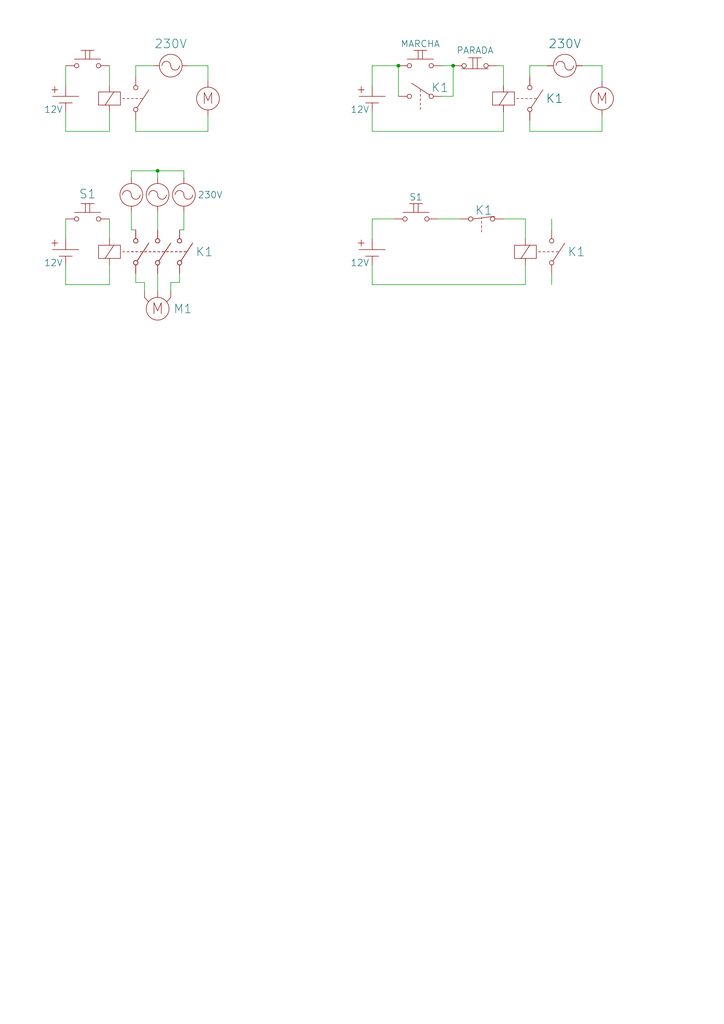
<source format=kicad_sch>
(kicad_sch (version 20211123) (generator eeschema)
  (paper "A4" portrait)
  (title_block (title "Circuitos eléctricos. Conexión serie y paralelo") (date "16/11/2018") (company "www.picuino.com") (comment 1 "Copyright (c) 2018 by Carlos Pardo") (comment 2 "License CC BY-SA 4.0"))
  (lib_symbols
    (symbol "electric-esquema-rele-rescue:Pila-simbolos" (pin_names (offset 1.016))
      (property "Reference" "V" (at 5.08 -4.445 0))
      (symbol "Pila-simbolos_0_1"
        (polyline (pts (xy -4.064 -1.27) (xy -2.286 -1.27)))
        (polyline (pts (xy -3.81 -3.175) (xy 3.81 -3.175)))
        (polyline (pts (xy -3.175 -0.381) (xy -3.175 -2.159)))
        (polyline (pts (xy -1.905 -5.08) (xy 1.905 -5.08)))
      )
      (symbol "Pila-simbolos_1_1"
        (pin input line (at 0 -7.62 90) (length 2.54) (name "") (number ""))
        (pin input line (at 0 0 270) (length 3.175) (name "") (number ""))
      )
    )
    (symbol "electric-esquema-rele-rescue:generador-simbolos" (pin_names (offset 1.016))
      (property "Reference" "V" (at 4.445 -5.08 0))
      (symbol "generador-simbolos_0_0"
        (arc (start 0 -5.08) (mid -1.27 -3.81) (end -2.54 -5.08))
        (arc (start 0 -5.08) (mid 1.27 -6.35) (end 2.54 -5.08))
      )
      (symbol "generador-simbolos_0_1"
        (circle (center 0 -5.08) (radius 3.302))
      )
      (symbol "generador-simbolos_1_1"
        (pin input line (at 0 -10.16 90) (length 1.778) (name "") (number ""))
        (pin input line (at 0 0 270) (length 1.778) (name "") (number ""))
      )
    )
    (symbol "electric-esquema-rele-rescue:motor-simbolos" (pin_names (offset 1.016))
      (property "Reference" "M" (at 4.445 -5.08 0))
      (symbol "motor-simbolos_0_0"
        (text "M" (at 0 -5.08 0) (effects (font (size 3.175 3.175))))
      )
      (symbol "motor-simbolos_0_1"
        (circle (center 0 -5.08) (radius 3.302))
      )
      (symbol "motor-simbolos_1_1"
        (pin input line (at 0 -10.16 90) (length 1.778) (name "") (number ""))
        (pin input line (at 0 0 270) (length 1.778) (name "") (number ""))
      )
    )
    (symbol "electric-esquema-rele-rescue:motor_trifásico-simbolos" (pin_names (offset 1.016))
      (property "Reference" "M" (at 4.445 -5.08 0))
      (symbol "motor_trifásico-simbolos_0_0"
        (text "M" (at 0 -5.08 0) (effects (font (size 3.175 3.175))))
      )
      (symbol "motor_trifásico-simbolos_0_1"
        (circle (center 0 -5.08) (radius 3.302))
        (polyline (pts (xy -3.81 -1.778) (xy -2.667 -3.048)))
        (polyline (pts (xy 3.81 -1.778) (xy 2.667 -3.048)))
      )
      (symbol "motor_trifásico-simbolos_1_1"
        (pin input line (at -3.81 0 270) (length 1.778) (name "") (number ""))
        (pin input line (at 0 0 270) (length 1.778) (name "") (number ""))
        (pin input line (at 3.81 0 270) (length 1.778) (name "") (number ""))
      )
    )
    (symbol "electric-esquema-rele-rescue:pulsador_na-simbolos" (pin_names (offset 1.016))
      (property "Reference" "S" (at 1.905 3.175 0))
      (symbol "pulsador_na-simbolos_0_0"
        (polyline (pts (xy 2.54 1.905) (xy 10.16 1.905)))
        (polyline (pts (xy 4.445 4.445) (xy 8.255 4.445)))
        (polyline (pts (xy 5.715 1.905) (xy 5.715 4.445)))
        (polyline (pts (xy 6.985 4.445) (xy 6.985 1.905)))
        (circle (center 3.175 0) (radius 0.635))
        (circle (center 9.525 0) (radius 0.635))
      )
      (symbol "pulsador_na-simbolos_1_1"
        (pin input line (at 0 0 0) (length 2.54) (name "") (number ""))
        (pin input line (at 12.7 0 180) (length 2.54) (name "") (number ""))
      )
    )
    (symbol "electric-esquema-rele-rescue:pulsador_nc-simbolos" (pin_names (offset 1.016))
      (property "Reference" "S" (at 3.81 3.175 0))
      (symbol "pulsador_nc-simbolos_0_0"
        (polyline (pts (xy 2.54 -0.889) (xy 10.16 -0.889)))
        (polyline (pts (xy 4.445 2.286) (xy 8.255 2.286)))
        (polyline (pts (xy 5.715 -0.889) (xy 5.715 2.286)))
        (polyline (pts (xy 6.985 -0.889) (xy 6.985 2.286)))
        (circle (center 3.175 0) (radius 0.635))
        (circle (center 9.525 0) (radius 0.635))
      )
      (symbol "pulsador_nc-simbolos_1_1"
        (pin input line (at 0 0 0) (length 2.54) (name "") (number ""))
        (pin input line (at 12.7 0 180) (length 2.54) (name "") (number ""))
      )
    )
    (symbol "electric-esquema-rele-rescue:rele-simbolos" (pin_names (offset 1.016))
      (property "Reference" "K" (at -4.445 -3.81 0))
      (symbol "rele-simbolos_0_0"
        (rectangle (start -3.175 -1.905) (end 3.175 -5.715))
        (polyline (pts (xy 1.27 -1.905) (xy -1.27 -5.715)))
        (polyline (pts (xy 3.81 -3.81) (xy 4.445 -3.81)))
        (polyline (pts (xy 5.08 -3.81) (xy 5.715 -3.81)))
        (polyline (pts (xy 6.35 -3.81) (xy 6.985 -3.81)))
        (polyline (pts (xy 7.62 -3.81) (xy 8.255 -3.81)))
        (polyline (pts (xy 8.89 -3.81) (xy 9.525 -3.81)))
      )
      (symbol "rele-simbolos_1_0"
        (polyline (pts (xy 11.43 -1.27) (xy 8.001 -6.477)))
        (circle (center 7.62 -6.985) (radius 0.635))
        (circle (center 7.62 -0.635) (radius 0.635))
      )
      (symbol "rele-simbolos_1_1"
        (pin input line (at 0 -7.62 90) (length 1.905) (name "") (number ""))
        (pin input line (at 0 0 270) (length 1.905) (name "") (number ""))
        (pin input line (at 7.62 -10.16 90) (length 2.54) (name "") (number ""))
        (pin input line (at 7.62 2.54 270) (length 2.54) (name "") (number ""))
      )
    )
    (symbol "electric-esquema-rele-rescue:rele_contacto-simbolos" (pin_names (offset 1.016))
      (property "Reference" "K" (at 1.27 -1.27 0))
      (symbol "rele_contacto-simbolos_0_0"
        (polyline (pts (xy -3.81 -6.35) (xy -3.175 -6.35)))
        (polyline (pts (xy -2.54 -6.35) (xy -1.905 -6.35)))
        (polyline (pts (xy -1.27 -6.35) (xy -0.635 -6.35)))
        (polyline (pts (xy 0 -6.35) (xy 0.635 -6.35)))
        (polyline (pts (xy 1.27 -6.35) (xy 1.905 -6.35)))
      )
      (symbol "rele_contacto-simbolos_1_0"
        (circle (center 0 -9.525) (radius 0.635))
        (circle (center 0 -3.175) (radius 0.635))
        (polyline (pts (xy 3.81 -3.81) (xy 0.381 -9.017)))
      )
      (symbol "rele_contacto-simbolos_1_1"
        (pin input line (at 0 -12.7 90) (length 2.54) (name "") (number ""))
        (pin input line (at 0 0 270) (length 2.54) (name "") (number ""))
      )
    )
    (symbol "electric-esquema-rele-rescue:rele_contacto_nc-simbolos" (pin_names (offset 1.016))
      (property "Reference" "K" (at 1.27 -1.27 0))
      (symbol "rele_contacto_nc-simbolos_0_0"
        (polyline (pts (xy -3.81 -6.35) (xy -3.175 -6.35)))
        (polyline (pts (xy -2.54 -6.35) (xy -1.905 -6.35)))
        (polyline (pts (xy -1.27 -6.35) (xy -0.635 -6.35)))
      )
      (symbol "rele_contacto_nc-simbolos_0_1"
        (polyline (pts (xy 0 -8.89) (xy 0.762 -2.54)))
        (polyline (pts (xy 0 -6.35) (xy 0.254 -6.35)))
      )
      (symbol "rele_contacto_nc-simbolos_1_0"
        (circle (center 0 -9.525) (radius 0.635))
        (circle (center 0 -3.175) (radius 0.635))
      )
      (symbol "rele_contacto_nc-simbolos_1_1"
        (pin input line (at 0 -12.7 90) (length 2.54) (name "") (number ""))
        (pin input line (at 0 0 270) (length 2.54) (name "") (number ""))
      )
    )
    (symbol "electric-esquema-rele-rescue:rele_contactor-simbolos" (pin_names (offset 1.016))
      (property "Reference" "K" (at -4.445 -3.81 0))
      (symbol "rele_contactor-simbolos_0_0"
        (rectangle (start -3.175 -1.905) (end 3.175 -5.715))
        (polyline (pts (xy 1.27 -1.905) (xy -1.27 -5.715)))
        (polyline (pts (xy 3.81 -3.81) (xy 4.445 -3.81)))
        (polyline (pts (xy 5.08 -3.81) (xy 5.715 -3.81)))
        (polyline (pts (xy 6.35 -3.81) (xy 6.985 -3.81)))
        (polyline (pts (xy 6.35 -3.81) (xy 6.985 -3.81)))
        (polyline (pts (xy 7.62 -3.81) (xy 8.255 -3.81)))
        (polyline (pts (xy 7.62 -3.81) (xy 8.255 -3.81)))
        (polyline (pts (xy 8.89 -3.81) (xy 9.525 -3.81)))
        (polyline (pts (xy 8.89 -3.81) (xy 9.525 -3.81)))
        (polyline (pts (xy 10.16 -3.81) (xy 10.795 -3.81)))
        (polyline (pts (xy 10.16 -3.81) (xy 10.795 -3.81)))
        (polyline (pts (xy 11.43 -3.81) (xy 12.065 -3.81)))
        (polyline (pts (xy 11.43 -3.81) (xy 12.065 -3.81)))
        (polyline (pts (xy 12.7 -3.81) (xy 13.335 -3.81)))
        (polyline (pts (xy 12.7 -3.81) (xy 13.335 -3.81)))
        (polyline (pts (xy 13.97 -3.81) (xy 14.605 -3.81)))
        (polyline (pts (xy 13.97 -3.81) (xy 14.605 -3.81)))
        (polyline (pts (xy 15.24 -3.81) (xy 15.875 -3.81)))
        (polyline (pts (xy 15.24 -3.81) (xy 15.875 -3.81)))
        (polyline (pts (xy 16.51 -3.81) (xy 17.145 -3.81)))
        (polyline (pts (xy 16.51 -3.81) (xy 17.145 -3.81)))
        (polyline (pts (xy 17.78 -3.81) (xy 18.415 -3.81)))
        (polyline (pts (xy 17.78 -3.81) (xy 18.415 -3.81)))
        (polyline (pts (xy 19.05 -3.81) (xy 19.685 -3.81)))
        (polyline (pts (xy 19.05 -3.81) (xy 19.685 -3.81)))
        (polyline (pts (xy 20.32 -3.81) (xy 20.955 -3.81)))
        (polyline (pts (xy 20.32 -3.81) (xy 20.955 -3.81)))
        (polyline (pts (xy 21.59 -3.81) (xy 22.225 -3.81)))
        (polyline (pts (xy 21.59 -3.81) (xy 22.225 -3.81)))
      )
      (symbol "rele_contactor-simbolos_1_0"
        (polyline (pts (xy 11.43 -1.27) (xy 8.001 -6.477)))
        (polyline (pts (xy 11.43 -1.27) (xy 8.001 -6.477)))
        (polyline (pts (xy 17.78 -1.27) (xy 14.351 -6.477)))
        (polyline (pts (xy 17.78 -1.27) (xy 14.351 -6.477)))
        (polyline (pts (xy 24.13 -1.27) (xy 20.701 -6.477)))
        (polyline (pts (xy 24.13 -1.27) (xy 20.701 -6.477)))
        (circle (center 7.62 -6.985) (radius 0.635))
        (circle (center 7.62 -6.985) (radius 0.635))
        (circle (center 7.62 -0.635) (radius 0.635))
        (circle (center 7.62 -0.635) (radius 0.635))
        (circle (center 13.97 -6.985) (radius 0.635))
        (circle (center 13.97 -6.985) (radius 0.635))
        (circle (center 13.97 -0.635) (radius 0.635))
        (circle (center 13.97 -0.635) (radius 0.635))
        (circle (center 20.32 -6.985) (radius 0.635))
        (circle (center 20.32 -6.985) (radius 0.635))
        (circle (center 20.32 -0.635) (radius 0.635))
        (circle (center 20.32 -0.635) (radius 0.635))
      )
      (symbol "rele_contactor-simbolos_1_1"
        (pin input line (at 0 -7.62 90) (length 1.905) (name "") (number ""))
        (pin input line (at 0 0 270) (length 1.905) (name "") (number ""))
        (pin input line (at 7.62 -10.16 90) (length 2.54) (name "") (number ""))
        (pin input line (at 7.62 -10.16 90) (length 2.54) (name "") (number ""))
        (pin input line (at 7.62 2.54 270) (length 2.54) (name "") (number ""))
        (pin input line (at 7.62 2.54 270) (length 2.54) (name "") (number ""))
        (pin input line (at 13.97 -10.16 90) (length 2.54) (name "") (number ""))
        (pin input line (at 13.97 -10.16 90) (length 2.54) (name "") (number ""))
        (pin input line (at 13.97 2.54 270) (length 2.54) (name "") (number ""))
        (pin input line (at 13.97 2.54 270) (length 2.54) (name "") (number ""))
        (pin input line (at 20.32 -10.16 90) (length 2.54) (name "") (number ""))
        (pin input line (at 20.32 -10.16 90) (length 2.54) (name "") (number ""))
        (pin input line (at 20.32 2.54 270) (length 2.54) (name "") (number ""))
        (pin input line (at 20.32 2.54 270) (length 2.54) (name "") (number ""))
      )
    )
    (symbol "simbolos-electricos:generador_h" (pin_names (offset 1.016))
      (property "Reference" "V" (at 3.81 5.08 0))
      (symbol "generador_h_0_0"
        (arc (start 5.08 0) (mid 3.81 1.27) (end 2.54 0))
        (arc (start 5.08 0) (mid 6.35 -1.27) (end 7.62 0))
      )
      (symbol "generador_h_0_1"
        (circle (center 5.08 0) (radius 3.302))
      )
      (symbol "generador_h_1_1"
        (pin input line (at 0 0 0) (length 1.778) (name "") (number ""))
        (pin input line (at 10.16 0 180) (length 1.778) (name "") (number ""))
      )
    )
  )
  (junction (at 131.445 19.05))
  (junction (at 45.72 49.53))
  (junction (at 115.57 19.05))
  (wire (pts (xy 53.34 66.675) (xy 52.07 66.675)))
  (wire (pts (xy 39.37 34.925) (xy 39.37 38.1)))
  (wire (pts (xy 115.57 19.05) (xy 107.95 19.05)))
  (wire (pts (xy 45.72 49.53) (xy 45.72 51.435)))
  (wire (pts (xy 152.4 76.835) (xy 152.4 82.55)))
  (wire (pts (xy 38.1 61.595) (xy 38.1 66.675)))
  (wire (pts (xy 60.325 23.495) (xy 60.325 19.05)))
  (wire (pts (xy 45.72 61.595) (xy 45.72 66.675)))
  (wire (pts (xy 128.27 27.94) (xy 131.445 27.94)))
  (wire (pts (xy 49.53 81.915) (xy 52.07 81.915)))
  (wire (pts (xy 39.37 19.05) (xy 39.37 22.225)))
  (wire (pts (xy 31.75 69.215) (xy 31.75 63.5)))
  (wire (pts (xy 38.1 51.435) (xy 38.1 49.53)))
  (wire (pts (xy 168.91 19.05) (xy 174.625 19.05)))
  (wire (pts (xy 19.05 38.1) (xy 31.75 38.1)))
  (wire (pts (xy 160.02 63.5) (xy 160.02 66.675)))
  (wire (pts (xy 174.625 23.495) (xy 174.625 19.05)))
  (wire (pts (xy 144.145 19.05) (xy 146.05 19.05)))
  (wire (pts (xy 114.3 63.5) (xy 107.95 63.5)))
  (wire (pts (xy 31.75 38.1) (xy 31.75 32.385)))
  (wire (pts (xy 153.67 19.05) (xy 158.75 19.05)))
  (wire (pts (xy 60.325 19.05) (xy 54.61 19.05)))
  (wire (pts (xy 19.05 32.385) (xy 19.05 38.1)))
  (wire (pts (xy 146.05 19.05) (xy 146.05 24.765)))
  (wire (pts (xy 39.37 38.1) (xy 60.325 38.1)))
  (wire (pts (xy 45.72 84.455) (xy 45.72 79.375)))
  (wire (pts (xy 19.05 82.55) (xy 31.75 82.55)))
  (wire (pts (xy 153.67 38.1) (xy 174.625 38.1)))
  (wire (pts (xy 131.445 27.94) (xy 131.445 19.05)))
  (wire (pts (xy 115.57 27.94) (xy 115.57 19.05)))
  (wire (pts (xy 107.95 38.1) (xy 146.05 38.1)))
  (wire (pts (xy 60.325 38.1) (xy 60.325 33.655)))
  (wire (pts (xy 19.05 76.835) (xy 19.05 82.55)))
  (wire (pts (xy 160.02 79.375) (xy 160.02 82.55)))
  (wire (pts (xy 45.72 49.53) (xy 53.34 49.53)))
  (wire (pts (xy 107.95 19.05) (xy 107.95 24.765)))
  (wire (pts (xy 38.1 49.53) (xy 45.72 49.53)))
  (wire (pts (xy 152.4 63.5) (xy 152.4 69.215)))
  (wire (pts (xy 53.34 49.53) (xy 53.34 51.435)))
  (wire (pts (xy 174.625 38.1) (xy 174.625 33.655)))
  (wire (pts (xy 31.75 76.835) (xy 31.75 82.55)))
  (wire (pts (xy 131.445 19.05) (xy 128.27 19.05)))
  (wire (pts (xy 39.37 81.915) (xy 39.37 79.375)))
  (wire (pts (xy 107.95 63.5) (xy 107.95 69.215)))
  (wire (pts (xy 107.95 82.55) (xy 152.4 82.55)))
  (wire (pts (xy 146.05 63.5) (xy 152.4 63.5)))
  (wire (pts (xy 53.34 61.595) (xy 53.34 66.675)))
  (wire (pts (xy 44.45 19.05) (xy 39.37 19.05)))
  (wire (pts (xy 153.67 19.05) (xy 153.67 22.225)))
  (wire (pts (xy 49.53 84.455) (xy 49.53 81.915)))
  (wire (pts (xy 31.75 24.765) (xy 31.75 19.05)))
  (wire (pts (xy 153.67 34.925) (xy 153.67 38.1)))
  (wire (pts (xy 41.91 84.455) (xy 41.91 81.915)))
  (wire (pts (xy 107.95 32.385) (xy 107.95 38.1)))
  (wire (pts (xy 41.91 81.915) (xy 39.37 81.915)))
  (wire (pts (xy 19.05 24.765) (xy 19.05 19.05)))
  (wire (pts (xy 133.35 63.5) (xy 127 63.5)))
  (wire (pts (xy 19.05 69.215) (xy 19.05 63.5)))
  (wire (pts (xy 38.1 66.675) (xy 39.37 66.675)))
  (wire (pts (xy 107.95 76.835) (xy 107.95 82.55)))
  (wire (pts (xy 146.05 32.385) (xy 146.05 38.1)))
  (wire (pts (xy 52.07 81.915) (xy 52.07 79.375)))
  (text "IMPRIMIR CON WIRE THICKNESS EN 12MILS Y LOS COMPONENTES EN 12MILS" (at 64.77 -3.81 0) (effects (font (size 1.27 1.27)) (justify left bottom)))
  (symbol (lib_id "electric-esquema-rele-rescue:rele-simbolos") (at 31.75 24.765 0) (unit 1)
    (property "Reference" "K?" (effects hide))
    (property "Value" "rele" (effects hide))
  )
  (symbol (lib_id "electric-esquema-rele-rescue:Pila-simbolos") (at 19.05 24.765 0) (unit 1)
    (property "Reference" "V?" (effects hide))
    (property "Value" "12V" (at 12.7 31.75 0) (effects (font (size 1.905 1.905)) (justify left)))
  )
  (symbol (lib_id "electric-esquema-rele-rescue:pulsador_na-simbolos") (at 19.05 19.05 0) (unit 1)
    (property "Reference" "S?" (effects hide))
    (property "Value" "pulsador_na" (effects hide))
  )
  (symbol (lib_id "electric-esquema-rele-rescue:motor-simbolos") (at 60.325 23.495 0) (unit 1)
    (property "Reference" "M?" (effects hide))
    (property "Value" "motor" (effects hide))
  )
  (symbol (lib_id "electric-esquema-rele-rescue:rele-simbolos") (at 146.05 24.765 0) (unit 1)
    (property "Reference" "K1" (at 158.1658 28.575 0) (effects (font (size 2.54 2.54)) (justify left)))
    (property "Value" "rele" (effects hide))
  )
  (symbol (lib_id "electric-esquema-rele-rescue:Pila-simbolos") (at 107.95 24.765 0) (unit 1)
    (property "Reference" "V?" (effects hide))
    (property "Value" "12V" (at 101.6 31.75 0) (effects (font (size 1.905 1.905)) (justify left)))
  )
  (symbol (lib_id "electric-esquema-rele-rescue:pulsador_na-simbolos") (at 115.57 19.05 0) (unit 1)
    (property "Reference" "S?" (effects hide))
    (property "Value" "MARCHA" (at 121.92 12.7 0) (effects (font (size 1.905 1.905))))
  )
  (symbol (lib_id "electric-esquema-rele-rescue:motor-simbolos") (at 174.625 23.495 0) (unit 1)
    (property "Reference" "M?" (effects hide))
    (property "Value" "motor" (effects hide))
  )
  (symbol (lib_id "electric-esquema-rele-rescue:rele-simbolos") (at 152.4 69.215 0) (unit 1)
    (property "Reference" "K1" (at 164.5158 73.025 0) (effects (font (size 2.54 2.54)) (justify left)))
    (property "Value" "rele" (effects hide))
  )
  (symbol (lib_id "electric-esquema-rele-rescue:Pila-simbolos") (at 107.95 69.215 0) (unit 1)
    (property "Reference" "V?" (effects hide))
    (property "Value" "12V" (at 101.6 76.2 0) (effects (font (size 1.905 1.905)) (justify left)))
  )
  (symbol (lib_id "electric-esquema-rele-rescue:pulsador_na-simbolos") (at 114.3 63.5 0) (unit 1)
    (property "Reference" "S?" (effects hide))
    (property "Value" "S1" (at 120.65 57.15 0) (effects (font (size 1.905 1.905))))
  )
  (symbol (lib_id "electric-esquema-rele-rescue:rele_contacto-simbolos") (at 115.57 27.94 90) (unit 1)
    (property "Reference" "K1" (at 127.635 25.4 90) (effects (font (size 2.54 2.54))))
    (property "Value" "rele_contacto" (effects hide))
  )
  (symbol (lib_id "electric-esquema-rele-rescue:pulsador_nc-simbolos") (at 131.445 19.05 0) (unit 1)
    (property "Reference" "S?" (effects hide))
    (property "Value" "PARADA" (at 137.795 14.605 0) (effects (font (size 1.905 1.905))))
  )
  (symbol (lib_id "electric-esquema-rele-rescue:rele_contacto_nc-simbolos") (at 146.05 63.5 270) (mirror x) (unit 1)
    (property "Reference" "K1" (at 140.335 60.96 90) (effects (font (size 2.54 2.54))))
    (property "Value" "rele_contacto_nc" (effects hide))
  )
  (symbol (lib_id "electric-esquema-rele-rescue:Pila-simbolos") (at 19.05 69.215 0) (unit 1)
    (property "Reference" "V?" (effects hide))
    (property "Value" "12V" (at 12.7 76.2 0) (effects (font (size 1.905 1.905)) (justify left)))
  )
  (symbol (lib_id "electric-esquema-rele-rescue:pulsador_na-simbolos") (at 19.05 63.5 0) (unit 1)
    (property "Reference" "S1" (at 25.4 56.2356 0) (effects (font (size 2.54 2.54))))
    (property "Value" "pulsador_na" (effects hide))
  )
  (symbol (lib_id "electric-esquema-rele-rescue:generador-simbolos") (at 38.1 61.595 180) (unit 1)
    (property "Reference" "V?" (effects hide))
    (property "Value" "230V" (effects hide))
  )
  (symbol (lib_id "electric-esquema-rele-rescue:rele_contactor-simbolos") (at 31.75 69.215 0) (unit 1)
    (property "Reference" "K1" (at 56.5912 73.025 0) (effects (font (size 2.54 2.54)) (justify left)))
    (property "Value" "rele_contactor" (effects hide))
  )
  (symbol (lib_id "electric-esquema-rele-rescue:motor_trifásico-simbolos") (at 45.72 84.455 0) (unit 1)
    (property "Reference" "M1" (at 50.165 89.535 0) (effects (font (size 2.54 2.54)) (justify left)))
    (property "Value" "motor_trifásico" (effects hide))
  )
  (symbol (lib_id "electric-esquema-rele-rescue:generador-simbolos") (at 45.72 61.595 180) (unit 1)
    (property "Reference" "V?" (effects hide))
    (property "Value" "230V" (effects hide))
  )
  (symbol (lib_id "electric-esquema-rele-rescue:generador-simbolos") (at 53.34 61.595 180) (unit 1)
    (property "Reference" "V?" (effects hide))
    (property "Value" "230V" (at 60.96 56.515 0) (effects (font (size 1.905 1.905))))
  )
  (symbol (lib_id "simbolos-electricos:generador_h") (at 44.45 19.05 0) (unit 1)
    (property "Reference" "230V" (at 49.53 12.7 0) (effects (font (size 2.54 2.54))))
    (property "Value" "generador_h" (effects hide))
  )
  (symbol (lib_id "simbolos-electricos:generador_h") (at 158.75 19.05 0) (unit 1)
    (property "Reference" "230V" (at 163.83 12.7 0) (effects (font (size 2.54 2.54))))
    (property "Value" "generador_h" (effects hide))
  )
)
</source>
